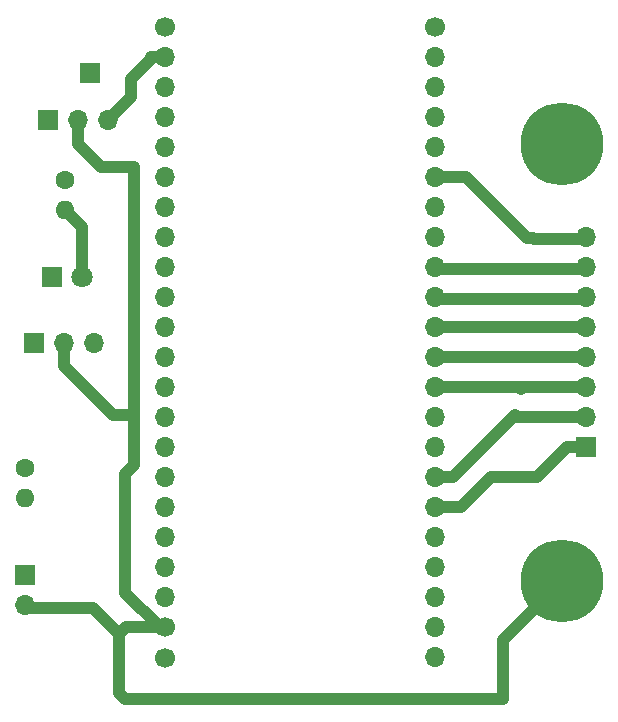
<source format=gtl>
G04 #@! TF.GenerationSoftware,KiCad,Pcbnew,8.0.5-8.0.5-0~ubuntu22.04.1*
G04 #@! TF.CreationDate,2024-09-10T12:36:33+10:00*
G04 #@! TF.ProjectId,Fire_Sytem_10,46697265-5f53-4797-9465-6d5f31302e6b,rev?*
G04 #@! TF.SameCoordinates,Original*
G04 #@! TF.FileFunction,Copper,L1,Top*
G04 #@! TF.FilePolarity,Positive*
%FSLAX46Y46*%
G04 Gerber Fmt 4.6, Leading zero omitted, Abs format (unit mm)*
G04 Created by KiCad (PCBNEW 8.0.5-8.0.5-0~ubuntu22.04.1) date 2024-09-10 12:36:33*
%MOMM*%
%LPD*%
G01*
G04 APERTURE LIST*
G04 #@! TA.AperFunction,ComponentPad*
%ADD10C,7.000000*%
G04 #@! TD*
G04 #@! TA.AperFunction,ComponentPad*
%ADD11C,1.600000*%
G04 #@! TD*
G04 #@! TA.AperFunction,ComponentPad*
%ADD12O,1.600000X1.600000*%
G04 #@! TD*
G04 #@! TA.AperFunction,ComponentPad*
%ADD13R,1.700000X1.700000*%
G04 #@! TD*
G04 #@! TA.AperFunction,ComponentPad*
%ADD14O,1.700000X1.700000*%
G04 #@! TD*
G04 #@! TA.AperFunction,ComponentPad*
%ADD15C,1.700000*%
G04 #@! TD*
G04 #@! TA.AperFunction,ComponentPad*
%ADD16R,1.800000X1.800000*%
G04 #@! TD*
G04 #@! TA.AperFunction,ComponentPad*
%ADD17C,1.800000*%
G04 #@! TD*
G04 #@! TA.AperFunction,Conductor*
%ADD18C,1.000000*%
G04 #@! TD*
G04 APERTURE END LIST*
D10*
X155000000Y-122000000D03*
D11*
X109500000Y-112460000D03*
D12*
X109500000Y-115000000D03*
D13*
X109500000Y-121500000D03*
D14*
X109500000Y-124040000D03*
D13*
X110260000Y-101900000D03*
D14*
X112800000Y-101900000D03*
X115340000Y-101900000D03*
D13*
X111460000Y-83000000D03*
D14*
X114000000Y-83000000D03*
X116540000Y-83000000D03*
D11*
X112900000Y-88055000D03*
D12*
X112900000Y-90595000D03*
D15*
X121390000Y-75140000D03*
X144250000Y-75140000D03*
D14*
X121390000Y-77680000D03*
X144250000Y-77680000D03*
X121390000Y-80220000D03*
X144250000Y-80220000D03*
X121390000Y-82760000D03*
X144250000Y-82760000D03*
X121390000Y-85300000D03*
X144250000Y-85300000D03*
X121390000Y-87840000D03*
X144250000Y-87840000D03*
X121390000Y-90380000D03*
X144250000Y-90380000D03*
X121390000Y-92920000D03*
X144250000Y-92920000D03*
X121390000Y-95460000D03*
X144250000Y-95460000D03*
X121390000Y-98000000D03*
X144250000Y-98000000D03*
X121390000Y-100540000D03*
X144250000Y-100540000D03*
X121390000Y-103080000D03*
X144250000Y-103080000D03*
X121390000Y-105620000D03*
X144250000Y-105620000D03*
X121390000Y-108160000D03*
X144250000Y-108160000D03*
X121390000Y-110700000D03*
X144250000Y-110700000D03*
X121390000Y-113240000D03*
X144250000Y-113240000D03*
X121390000Y-115780000D03*
X144250000Y-115780000D03*
X121390000Y-118320000D03*
X144250000Y-118320000D03*
X121390000Y-120860000D03*
X144250000Y-120860000D03*
X121390000Y-123400000D03*
X144250000Y-123400000D03*
D15*
X121380000Y-125940000D03*
D14*
X144250000Y-125940000D03*
D15*
X121390000Y-128540000D03*
D14*
X144250000Y-128480000D03*
D13*
X115000000Y-79000000D03*
X157000000Y-110660000D03*
D14*
X157000000Y-108120000D03*
X157000000Y-105580000D03*
X157000000Y-103040000D03*
X157000000Y-100500000D03*
X157000000Y-97960000D03*
X157000000Y-95420000D03*
X157000000Y-92880000D03*
D16*
X111800000Y-96300000D03*
D17*
X114340000Y-96300000D03*
D10*
X155000000Y-85000000D03*
D18*
X117500000Y-131500000D02*
X117500000Y-126500000D01*
X118060000Y-125940000D02*
X117500000Y-126500000D01*
X118782664Y-108000000D02*
X118782664Y-112217336D01*
X155000000Y-122000000D02*
X150000000Y-127000000D01*
X112800000Y-103800000D02*
X117000000Y-108000000D01*
X118782664Y-112217336D02*
X118000000Y-113000000D01*
X118000000Y-123000000D02*
X120940000Y-125940000D01*
X150000000Y-132000000D02*
X118000000Y-132000000D01*
X114000000Y-83000000D02*
X114000000Y-85000000D01*
X115265000Y-124265000D02*
X117500000Y-126500000D01*
X121380000Y-125940000D02*
X118060000Y-125940000D01*
X150000000Y-127000000D02*
X150000000Y-132000000D01*
X118782664Y-86972664D02*
X118782664Y-108000000D01*
X117000000Y-108000000D02*
X118782664Y-108000000D01*
X118000000Y-132000000D02*
X117500000Y-131500000D01*
X115972664Y-86972664D02*
X118782664Y-86972664D01*
X109500000Y-124265000D02*
X115265000Y-124265000D01*
X112800000Y-101900000D02*
X112800000Y-103800000D01*
X114000000Y-85000000D02*
X115972664Y-86972664D01*
X118000000Y-113000000D02*
X118000000Y-123000000D01*
X120940000Y-125940000D02*
X121380000Y-125940000D01*
X114340000Y-92035000D02*
X114340000Y-96300000D01*
X112900000Y-90595000D02*
X114340000Y-92035000D01*
X121420000Y-92920000D02*
X121500000Y-93000000D01*
X121390000Y-92920000D02*
X121420000Y-92920000D01*
X109494415Y-112455000D02*
X109500000Y-112455000D01*
X146840000Y-87840000D02*
X144250000Y-87840000D01*
X156800000Y-93080000D02*
X157000000Y-92880000D01*
X146840000Y-87840000D02*
X152000000Y-93000000D01*
X152000000Y-93000000D02*
X152500000Y-93000000D01*
X152500000Y-93000000D02*
X152580000Y-93080000D01*
X152580000Y-93080000D02*
X156800000Y-93080000D01*
X144250000Y-95620000D02*
X156800000Y-95620000D01*
X156800000Y-95620000D02*
X157000000Y-95420000D01*
X144250000Y-100540000D02*
X145960000Y-100540000D01*
X146000000Y-100500000D02*
X157000000Y-100500000D01*
X145960000Y-100540000D02*
X146000000Y-100500000D01*
X155421320Y-110660000D02*
X157000000Y-110660000D01*
X152841320Y-113240000D02*
X155421320Y-110660000D01*
X149000000Y-113240000D02*
X146460000Y-115780000D01*
X146460000Y-115780000D02*
X144250000Y-115780000D01*
X149000000Y-113240000D02*
X152841320Y-113240000D01*
X144250000Y-98160000D02*
X156800000Y-98160000D01*
X156800000Y-98160000D02*
X157000000Y-97960000D01*
X151000000Y-108000000D02*
X145760000Y-113240000D01*
X157000000Y-108120000D02*
X151120000Y-108120000D01*
X151120000Y-108120000D02*
X151000000Y-108000000D01*
X145760000Y-113240000D02*
X144250000Y-113240000D01*
X149960000Y-103080000D02*
X144250000Y-103080000D01*
X148700000Y-103040000D02*
X150000000Y-103040000D01*
X150000000Y-103040000D02*
X157000000Y-103040000D01*
X150000000Y-103040000D02*
X149960000Y-103080000D01*
X152500000Y-105580000D02*
X157000000Y-105580000D01*
X151500000Y-105740000D02*
X151660000Y-105580000D01*
X152460000Y-105620000D02*
X152500000Y-105580000D01*
X151660000Y-105580000D02*
X152500000Y-105580000D01*
X144250000Y-105620000D02*
X152460000Y-105620000D01*
X118500000Y-79540000D02*
X120187919Y-77852081D01*
X120187919Y-77852081D02*
X120187919Y-77680000D01*
X116540000Y-83000000D02*
X118500000Y-81040000D01*
X120187919Y-77680000D02*
X121390000Y-77680000D01*
X118500000Y-81040000D02*
X118500000Y-79540000D01*
M02*

</source>
